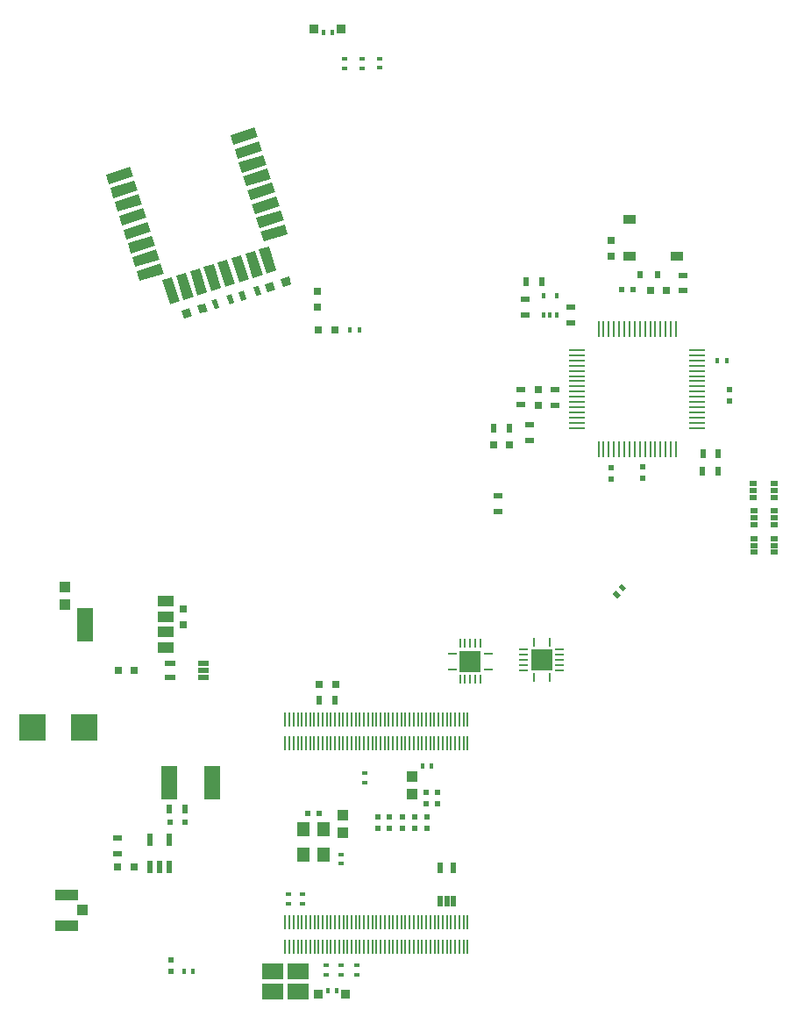
<source format=gbr>
G04 #@! TF.FileFunction,Paste,Top*
%FSLAX46Y46*%
G04 Gerber Fmt 4.6, Leading zero omitted, Abs format (unit mm)*
G04 Created by KiCad (PCBNEW 4.0.4-stable) date 02/27/17 15:23:41*
%MOMM*%
%LPD*%
G01*
G04 APERTURE LIST*
%ADD10C,0.100000*%
%ADD11R,0.800100X0.500380*%
%ADD12R,0.900000X0.500000*%
%ADD13R,1.498600X0.279400*%
%ADD14R,0.279400X1.498600*%
%ADD15R,0.500000X0.900000*%
%ADD16R,0.500000X1.000000*%
%ADD17R,0.850000X0.280000*%
%ADD18R,0.280000X0.850000*%
%ADD19R,2.050000X2.050000*%
%ADD20R,1.200000X1.400000*%
%ADD21R,0.600000X0.400000*%
%ADD22R,0.600000X0.500000*%
%ADD23R,0.800000X0.750000*%
%ADD24R,0.750000X0.800000*%
%ADD25R,0.800000X0.800000*%
%ADD26R,0.600000X0.550000*%
%ADD27R,1.500000X3.200000*%
%ADD28R,1.500000X1.000000*%
%ADD29R,1.500000X3.300000*%
%ADD30R,0.548640X1.198880*%
%ADD31R,0.420000X0.600000*%
%ADD32R,0.600000X0.800000*%
%ADD33R,1.200000X0.900000*%
%ADD34R,0.998220X1.099820*%
%ADD35R,0.200000X1.440000*%
%ADD36R,1.000000X0.500000*%
%ADD37R,0.500000X0.600000*%
%ADD38R,0.400000X0.600000*%
%ADD39R,2.200000X1.050000*%
%ADD40R,1.050000X1.000000*%
%ADD41R,0.850000X0.900000*%
%ADD42R,0.450000X0.500000*%
%ADD43R,2.550000X2.500000*%
%ADD44R,2.040000X1.540000*%
G04 APERTURE END LIST*
D10*
D11*
X189749240Y-104949760D03*
X191750760Y-105600000D03*
X189749240Y-106250240D03*
X189749240Y-105600000D03*
X191750760Y-106250240D03*
X191750760Y-104949760D03*
D10*
G36*
X142441767Y-78974849D02*
X142141061Y-78021132D01*
X144477667Y-77284403D01*
X144778373Y-78238120D01*
X142441767Y-78974849D01*
X142441767Y-78974849D01*
G37*
G36*
X133364481Y-85003464D02*
X132627752Y-82666858D01*
X133581469Y-82366152D01*
X134318198Y-84702758D01*
X133364481Y-85003464D01*
X133364481Y-85003464D01*
G37*
G36*
X127487554Y-73414309D02*
X127186848Y-72460592D01*
X129523454Y-71723863D01*
X129824160Y-72677580D01*
X127487554Y-73414309D01*
X127487554Y-73414309D01*
G37*
G36*
X127908542Y-74749513D02*
X127607836Y-73795796D01*
X129944442Y-73059067D01*
X130245148Y-74012784D01*
X127908542Y-74749513D01*
X127908542Y-74749513D01*
G37*
G36*
X128329530Y-76084716D02*
X128028824Y-75130999D01*
X130365430Y-74394270D01*
X130666136Y-75347987D01*
X128329530Y-76084716D01*
X128329530Y-76084716D01*
G37*
G36*
X128750518Y-77419920D02*
X128449812Y-76466203D01*
X130786418Y-75729474D01*
X131087124Y-76683191D01*
X128750518Y-77419920D01*
X128750518Y-77419920D01*
G37*
G36*
X129171506Y-78755124D02*
X128870800Y-77801407D01*
X131207406Y-77064678D01*
X131508112Y-78018395D01*
X129171506Y-78755124D01*
X129171506Y-78755124D01*
G37*
G36*
X129592494Y-80090327D02*
X129291788Y-79136610D01*
X131628394Y-78399881D01*
X131929100Y-79353598D01*
X129592494Y-80090327D01*
X129592494Y-80090327D01*
G37*
G36*
X130013482Y-81425531D02*
X129712776Y-80471814D01*
X132049382Y-79735085D01*
X132350088Y-80688802D01*
X130013482Y-81425531D01*
X130013482Y-81425531D01*
G37*
G36*
X130434470Y-82760735D02*
X130133764Y-81807018D01*
X132470370Y-81070289D01*
X132771076Y-82024006D01*
X130434470Y-82760735D01*
X130434470Y-82760735D01*
G37*
G36*
X134699685Y-84582476D02*
X133962956Y-82245870D01*
X134916673Y-81945164D01*
X135653402Y-84281770D01*
X134699685Y-84582476D01*
X134699685Y-84582476D01*
G37*
G36*
X136034889Y-84161488D02*
X135298160Y-81824882D01*
X136251877Y-81524176D01*
X136988606Y-83860782D01*
X136034889Y-84161488D01*
X136034889Y-84161488D01*
G37*
G36*
X137370093Y-83740499D02*
X136633364Y-81403893D01*
X137587081Y-81103187D01*
X138323810Y-83439793D01*
X137370093Y-83740499D01*
X137370093Y-83740499D01*
G37*
G36*
X138705296Y-83319511D02*
X137968567Y-80982905D01*
X138922284Y-80682199D01*
X139659013Y-83018805D01*
X138705296Y-83319511D01*
X138705296Y-83319511D01*
G37*
G36*
X140040500Y-82898523D02*
X139303771Y-80561917D01*
X140257488Y-80261211D01*
X140994217Y-82597817D01*
X140040500Y-82898523D01*
X140040500Y-82898523D01*
G37*
G36*
X141375704Y-82477535D02*
X140638975Y-80140929D01*
X141592692Y-79840223D01*
X142329421Y-82176829D01*
X141375704Y-82477535D01*
X141375704Y-82477535D01*
G37*
G36*
X142710908Y-82056547D02*
X141974179Y-79719941D01*
X142927896Y-79419235D01*
X143664625Y-81755841D01*
X142710908Y-82056547D01*
X142710908Y-82056547D01*
G37*
G36*
X142020779Y-77639645D02*
X141720073Y-76685928D01*
X144056679Y-75949199D01*
X144357385Y-76902916D01*
X142020779Y-77639645D01*
X142020779Y-77639645D01*
G37*
G36*
X141599791Y-76304441D02*
X141299085Y-75350724D01*
X143635691Y-74613995D01*
X143936397Y-75567712D01*
X141599791Y-76304441D01*
X141599791Y-76304441D01*
G37*
G36*
X141178803Y-74969238D02*
X140878097Y-74015521D01*
X143214703Y-73278792D01*
X143515409Y-74232509D01*
X141178803Y-74969238D01*
X141178803Y-74969238D01*
G37*
G36*
X140757814Y-73634034D02*
X140457108Y-72680317D01*
X142793714Y-71943588D01*
X143094420Y-72897305D01*
X140757814Y-73634034D01*
X140757814Y-73634034D01*
G37*
G36*
X140336826Y-72298830D02*
X140036120Y-71345113D01*
X142372726Y-70608384D01*
X142673432Y-71562101D01*
X140336826Y-72298830D01*
X140336826Y-72298830D01*
G37*
G36*
X139915838Y-70963627D02*
X139615132Y-70009910D01*
X141951738Y-69273181D01*
X142252444Y-70226898D01*
X139915838Y-70963627D01*
X139915838Y-70963627D01*
G37*
G36*
X139494850Y-69628423D02*
X139194144Y-68674706D01*
X141530750Y-67937977D01*
X141831456Y-68891694D01*
X139494850Y-69628423D01*
X139494850Y-69628423D01*
G37*
G36*
X137680312Y-85490549D02*
X137409677Y-84632204D01*
X137886536Y-84481851D01*
X138157171Y-85340196D01*
X137680312Y-85490549D01*
X137680312Y-85490549D01*
G37*
G36*
X139110888Y-85039491D02*
X138840253Y-84181146D01*
X139317112Y-84030793D01*
X139587747Y-84889138D01*
X139110888Y-85039491D01*
X139110888Y-85039491D01*
G37*
D12*
X182925000Y-83700000D03*
X182925000Y-82200000D03*
D13*
X172702220Y-89433400D03*
X172702220Y-89933780D03*
X172702220Y-90434160D03*
X172702220Y-90934540D03*
X172702220Y-91434920D03*
X172702220Y-91932760D03*
X172702220Y-92433140D03*
X172702220Y-92933520D03*
X172702220Y-93431360D03*
X172702220Y-93931740D03*
X172702220Y-94432120D03*
X172702220Y-94929960D03*
X172702220Y-95430340D03*
X172702220Y-95930720D03*
X172702220Y-96431100D03*
X172702220Y-96931480D03*
D14*
X174752000Y-98981260D03*
X175252380Y-98981260D03*
X175752760Y-98981260D03*
X176253140Y-98981260D03*
X176753520Y-98981260D03*
X177251360Y-98981260D03*
X177751740Y-98981260D03*
X178252120Y-98981260D03*
X178749960Y-98981260D03*
X179250340Y-98981260D03*
X179750720Y-98981260D03*
X180248560Y-98981260D03*
X180748940Y-98981260D03*
X181249320Y-98981260D03*
X181749700Y-98981260D03*
X182250080Y-98981260D03*
D13*
X184299860Y-96931480D03*
X184299860Y-96431100D03*
X184299860Y-95930720D03*
X184299860Y-95430340D03*
X184299860Y-94929960D03*
X184299860Y-94432120D03*
X184299860Y-93931740D03*
X184299860Y-93431360D03*
X184299860Y-92933520D03*
X184299860Y-92433140D03*
X184299860Y-91932760D03*
X184299860Y-91434920D03*
X184299860Y-90934540D03*
X184299860Y-90434160D03*
X184299860Y-89933780D03*
X184299860Y-89433400D03*
D14*
X182250080Y-87383620D03*
X181749700Y-87383620D03*
X181249320Y-87383620D03*
X180748940Y-87383620D03*
X180248560Y-87383620D03*
X179750720Y-87383620D03*
X179250340Y-87383620D03*
X178749960Y-87383620D03*
X178252120Y-87383620D03*
X177751740Y-87383620D03*
X177251360Y-87383620D03*
X176753520Y-87383620D03*
X176253140Y-87383620D03*
X175752760Y-87383620D03*
X175252380Y-87383620D03*
X174752000Y-87383620D03*
D15*
X167775000Y-82850000D03*
X169275000Y-82850000D03*
D16*
X159475000Y-142600000D03*
X160125000Y-142600000D03*
X160775000Y-142600000D03*
X159475000Y-139400000D03*
X160775000Y-139400000D03*
D17*
X164099200Y-118709600D03*
D18*
X163374200Y-117734600D03*
X162874200Y-117734600D03*
X162374200Y-117734600D03*
X161874200Y-117734600D03*
X161374200Y-117734600D03*
D17*
X160649200Y-118709600D03*
X160649200Y-120209600D03*
X164099200Y-120209600D03*
D18*
X161374200Y-121184600D03*
X161874200Y-121184600D03*
X162374200Y-121184600D03*
X162874200Y-121184600D03*
X163374200Y-121184600D03*
D19*
X162374200Y-119459600D03*
D20*
X146275000Y-135700000D03*
X146275000Y-138100000D03*
X148175000Y-138100000D03*
X148175000Y-135700000D03*
D21*
X149925000Y-138100000D03*
X149925000Y-139000000D03*
D22*
X147800000Y-134150000D03*
X146700000Y-134150000D03*
D21*
X153592600Y-62190900D03*
X153592600Y-61290900D03*
D23*
X129934400Y-120294400D03*
X128434400Y-120294400D03*
X166142800Y-98552000D03*
X164642800Y-98552000D03*
D24*
X168921000Y-93233400D03*
X168921000Y-94733400D03*
X134670800Y-115925600D03*
X134670800Y-114425600D03*
D25*
X129926080Y-139308840D03*
X128326080Y-139308840D03*
D26*
X133407960Y-135021320D03*
X134807960Y-135021320D03*
D27*
X137495280Y-131201160D03*
X133295280Y-131201160D03*
D12*
X128320800Y-136531920D03*
X128320800Y-138031920D03*
X168097200Y-98145600D03*
X168097200Y-96645600D03*
D15*
X166166800Y-96926400D03*
X164666800Y-96926400D03*
D12*
X170550000Y-93225000D03*
X170550000Y-94725000D03*
X167295400Y-93221400D03*
X167295400Y-94721400D03*
D15*
X134819520Y-133751320D03*
X133319520Y-133751320D03*
D12*
X172100000Y-85325000D03*
X172100000Y-86825000D03*
X167675000Y-86050000D03*
X167675000Y-84550000D03*
X165049200Y-103491600D03*
X165049200Y-104991600D03*
D28*
X132975000Y-118150000D03*
X132975000Y-116650000D03*
X132975000Y-115150000D03*
X132975000Y-113650000D03*
D29*
X125175000Y-115900000D03*
D30*
X131429760Y-139273280D03*
X132379720Y-139273280D03*
X133329680Y-139273280D03*
X133329680Y-136677400D03*
X131429760Y-136677400D03*
D31*
X169425000Y-86075000D03*
X170725000Y-86075000D03*
X169425000Y-84175000D03*
X170075000Y-86075000D03*
X170725000Y-84175000D03*
D32*
X180492400Y-82135980D03*
X178792400Y-82135980D03*
D11*
X191714360Y-103621040D03*
X189712840Y-102970800D03*
X191714360Y-102320560D03*
X191714360Y-102970800D03*
X189712840Y-102320560D03*
X189712840Y-103621040D03*
D24*
X176006760Y-80343440D03*
X176006760Y-78843440D03*
X147625000Y-83750000D03*
X147625000Y-85250000D03*
D23*
X179825000Y-83667600D03*
X181325000Y-83667600D03*
D10*
G36*
X142815048Y-83812299D02*
X142574483Y-83049326D01*
X143337456Y-82808761D01*
X143578021Y-83571734D01*
X142815048Y-83812299D01*
X142815048Y-83812299D01*
G37*
G36*
X144340996Y-83331169D02*
X144100431Y-82568196D01*
X144863404Y-82327631D01*
X145103969Y-83090604D01*
X144340996Y-83331169D01*
X144340996Y-83331169D01*
G37*
G36*
X136786204Y-84906466D02*
X137026769Y-85669439D01*
X136263796Y-85910004D01*
X136023231Y-85147031D01*
X136786204Y-84906466D01*
X136786204Y-84906466D01*
G37*
G36*
X135260256Y-85387596D02*
X135500821Y-86150569D01*
X134737848Y-86391134D01*
X134497283Y-85628161D01*
X135260256Y-85387596D01*
X135260256Y-85387596D01*
G37*
D33*
X177754280Y-80355440D03*
X182354280Y-80355440D03*
X177754280Y-76855440D03*
D10*
G36*
X141911312Y-83214051D02*
X142181947Y-84072396D01*
X141705088Y-84222749D01*
X141434453Y-83364404D01*
X141911312Y-83214051D01*
X141911312Y-83214051D01*
G37*
G36*
X140480736Y-83665109D02*
X140751371Y-84523454D01*
X140274512Y-84673807D01*
X140003877Y-83815462D01*
X140480736Y-83665109D01*
X140480736Y-83665109D01*
G37*
D15*
X186334400Y-99415600D03*
X184834400Y-99415600D03*
X186322400Y-101142800D03*
X184822400Y-101142800D03*
D34*
X156748400Y-132310360D03*
X156748400Y-130613640D03*
X150075000Y-134328280D03*
X150075000Y-136025000D03*
D10*
G36*
X176987544Y-111982915D02*
X177447171Y-112368587D01*
X177190056Y-112675005D01*
X176730429Y-112289333D01*
X176987544Y-111982915D01*
X176987544Y-111982915D01*
G37*
G36*
X176409036Y-112672355D02*
X176868663Y-113058027D01*
X176611548Y-113364445D01*
X176151921Y-112978773D01*
X176409036Y-112672355D01*
X176409036Y-112672355D01*
G37*
D25*
X147739200Y-87477600D03*
X149339200Y-87477600D03*
D18*
X168515600Y-117604200D03*
D17*
X167540600Y-118329200D03*
X167540600Y-118829200D03*
X167540600Y-119329200D03*
X167540600Y-119829200D03*
X167540600Y-120329200D03*
D18*
X168515600Y-121054200D03*
X170015600Y-121054200D03*
X170015600Y-117604200D03*
D17*
X170990600Y-120329200D03*
X170990600Y-119829200D03*
X170990600Y-119329200D03*
X170990600Y-118829200D03*
X170990600Y-118329200D03*
D19*
X169265600Y-119329200D03*
D11*
X191750760Y-108925240D03*
X189749240Y-108275000D03*
X191750760Y-107624760D03*
X191750760Y-108275000D03*
X189749240Y-107624760D03*
X189749240Y-108925240D03*
D25*
X147775000Y-121675000D03*
X149375000Y-121675000D03*
D15*
X149300000Y-123225000D03*
X147800000Y-123225000D03*
D35*
X162119200Y-147015200D03*
X162119200Y-144675200D03*
X161719200Y-147015200D03*
X161719200Y-144675200D03*
X161319200Y-147015200D03*
X161319200Y-144675200D03*
X160919200Y-147015200D03*
X160919200Y-144675200D03*
X160519200Y-147015200D03*
X160519200Y-144675200D03*
X160119200Y-147015200D03*
X160119200Y-144675200D03*
X159719200Y-147015200D03*
X159719200Y-144675200D03*
X159319200Y-147015200D03*
X159319200Y-144675200D03*
X158919200Y-147015200D03*
X158919200Y-144675200D03*
X158519200Y-147015200D03*
X158519200Y-144675200D03*
X158119200Y-147015200D03*
X158119200Y-144675200D03*
X157719200Y-147015200D03*
X157719200Y-144675200D03*
X157319200Y-147015200D03*
X157319200Y-144675200D03*
X156919200Y-147015200D03*
X156919200Y-144675200D03*
X156519200Y-147015200D03*
X156519200Y-144675200D03*
X156119200Y-147015200D03*
X156119200Y-144675200D03*
X155719200Y-147015200D03*
X155719200Y-144675200D03*
X155319200Y-147015200D03*
X155319200Y-144675200D03*
X154919200Y-147015200D03*
X154919200Y-144675200D03*
X154519200Y-147015200D03*
X154519200Y-144675200D03*
X154119200Y-147015200D03*
X154119200Y-144675200D03*
X153719200Y-147015200D03*
X153719200Y-144675200D03*
X153319200Y-147015200D03*
X153319200Y-144675200D03*
X152919200Y-147015200D03*
X152919200Y-144675200D03*
X152519200Y-147015200D03*
X152519200Y-144675200D03*
X152119200Y-147015200D03*
X152119200Y-144675200D03*
X151719200Y-147015200D03*
X151719200Y-144675200D03*
X151319200Y-147015200D03*
X151319200Y-144675200D03*
X150919200Y-147015200D03*
X150919200Y-144675200D03*
X150519200Y-147015200D03*
X150519200Y-144675200D03*
X150119200Y-147015200D03*
X150119200Y-144675200D03*
X149719200Y-147015200D03*
X149719200Y-144675200D03*
X149319200Y-147015200D03*
X149319200Y-144675200D03*
X148919200Y-147015200D03*
X148919200Y-144675200D03*
X148519200Y-147015200D03*
X148519200Y-144675200D03*
X148119200Y-147015200D03*
X148119200Y-144675200D03*
X147719200Y-147015200D03*
X147719200Y-144675200D03*
X147319200Y-147015200D03*
X147319200Y-144675200D03*
X146919200Y-147015200D03*
X146919200Y-144675200D03*
X146519200Y-147015200D03*
X146519200Y-144675200D03*
X146119200Y-147015200D03*
X146119200Y-144675200D03*
X145719200Y-147015200D03*
X145719200Y-144675200D03*
X145319200Y-147015200D03*
X145319200Y-144675200D03*
X144919200Y-147015200D03*
X144919200Y-144675200D03*
X144519200Y-147015200D03*
X144519200Y-144675200D03*
D36*
X136621520Y-120985040D03*
X136621520Y-120335040D03*
X136621520Y-119685040D03*
X133421520Y-120985040D03*
X133421520Y-119685040D03*
D37*
X133502400Y-149402800D03*
X133502400Y-148302800D03*
D38*
X134728800Y-149402800D03*
X135628800Y-149402800D03*
D39*
X123400000Y-144950000D03*
X123400000Y-142000000D03*
D40*
X124925000Y-143475000D03*
D41*
X150350000Y-151600000D03*
X147700000Y-151600000D03*
D42*
X149450000Y-151250000D03*
X148600000Y-151250000D03*
D41*
X147275000Y-58450000D03*
X149925000Y-58450000D03*
D42*
X148175000Y-58800000D03*
X149025000Y-58800000D03*
D35*
X144512142Y-125040000D03*
X144512142Y-127380000D03*
X144912142Y-125040000D03*
X144912142Y-127380000D03*
X145312142Y-125040000D03*
X145312142Y-127380000D03*
X145712142Y-125040000D03*
X145712142Y-127380000D03*
X146112142Y-125040000D03*
X146112142Y-127380000D03*
X146512142Y-125040000D03*
X146512142Y-127380000D03*
X146912142Y-125040000D03*
X146912142Y-127380000D03*
X147312142Y-125040000D03*
X147312142Y-127380000D03*
X147712142Y-125040000D03*
X147712142Y-127380000D03*
X148112142Y-125040000D03*
X148112142Y-127380000D03*
X148512142Y-125040000D03*
X148512142Y-127380000D03*
X148912142Y-125040000D03*
X148912142Y-127380000D03*
X149312142Y-125040000D03*
X149312142Y-127380000D03*
X149712142Y-125040000D03*
X149712142Y-127380000D03*
X150112142Y-125040000D03*
X150112142Y-127380000D03*
X150512142Y-125040000D03*
X150512142Y-127380000D03*
X150912142Y-125040000D03*
X150912142Y-127380000D03*
X151312142Y-125040000D03*
X151312142Y-127380000D03*
X151712142Y-125040000D03*
X151712142Y-127380000D03*
X152112142Y-125040000D03*
X152112142Y-127380000D03*
X152512142Y-125040000D03*
X152512142Y-127380000D03*
X152912142Y-125040000D03*
X152912142Y-127380000D03*
X153312142Y-125040000D03*
X153312142Y-127380000D03*
X153712142Y-125040000D03*
X153712142Y-127380000D03*
X154112142Y-125040000D03*
X154112142Y-127380000D03*
X154512142Y-125040000D03*
X154512142Y-127380000D03*
X154912142Y-125040000D03*
X154912142Y-127380000D03*
X155312142Y-125040000D03*
X155312142Y-127380000D03*
X155712142Y-125040000D03*
X155712142Y-127380000D03*
X156112142Y-125040000D03*
X156112142Y-127380000D03*
X156512142Y-125040000D03*
X156512142Y-127380000D03*
X156912142Y-125040000D03*
X156912142Y-127380000D03*
X157312142Y-125040000D03*
X157312142Y-127380000D03*
X157712142Y-125040000D03*
X157712142Y-127380000D03*
X158112142Y-125040000D03*
X158112142Y-127380000D03*
X158512142Y-125040000D03*
X158512142Y-127380000D03*
X158912142Y-125040000D03*
X158912142Y-127380000D03*
X159312142Y-125040000D03*
X159312142Y-127380000D03*
X159712142Y-125040000D03*
X159712142Y-127380000D03*
X160112142Y-125040000D03*
X160112142Y-127380000D03*
X160512142Y-125040000D03*
X160512142Y-127380000D03*
X160912142Y-125040000D03*
X160912142Y-127380000D03*
X161312142Y-125040000D03*
X161312142Y-127380000D03*
X161712142Y-125040000D03*
X161712142Y-127380000D03*
X162112142Y-125040000D03*
X162112142Y-127380000D03*
D43*
X125125000Y-125875000D03*
X120075000Y-125875000D03*
D21*
X151425000Y-148825000D03*
X151425000Y-149725000D03*
X148425000Y-148825000D03*
X148425000Y-149725000D03*
X149925000Y-148825000D03*
X149925000Y-149725000D03*
X150217600Y-62215900D03*
X150217600Y-61315900D03*
X151892600Y-62215900D03*
X151892600Y-61315900D03*
D38*
X151674400Y-87477600D03*
X150774400Y-87477600D03*
D37*
X179019200Y-100694400D03*
X179019200Y-101794400D03*
X187416440Y-93207660D03*
X187416440Y-94307660D03*
D22*
X176999720Y-83619340D03*
X178099720Y-83619340D03*
D37*
X175982540Y-100745200D03*
X175982540Y-101845200D03*
D21*
X146151964Y-142852200D03*
X146151964Y-141952200D03*
X144781564Y-141950000D03*
X144781564Y-142850000D03*
X152175000Y-131150000D03*
X152175000Y-130250000D03*
D34*
X123225000Y-113946720D03*
X123225000Y-112250000D03*
D38*
X187125000Y-90424000D03*
X186225000Y-90424000D03*
X158634000Y-129540000D03*
X157734000Y-129540000D03*
D22*
X158123400Y-133237000D03*
X159223400Y-133237000D03*
D37*
X157023400Y-134437000D03*
X157023400Y-135537000D03*
D22*
X158123400Y-132087000D03*
X159223400Y-132087000D03*
D37*
X158198400Y-134437000D03*
X158198400Y-135537000D03*
X154598400Y-134437000D03*
X154598400Y-135537000D03*
X153423400Y-134437000D03*
X153423400Y-135537000D03*
X155848400Y-134437000D03*
X155848400Y-135537000D03*
D44*
X143305200Y-149402800D03*
X143305200Y-151332800D03*
X145745200Y-151332800D03*
X145745200Y-149402800D03*
M02*

</source>
